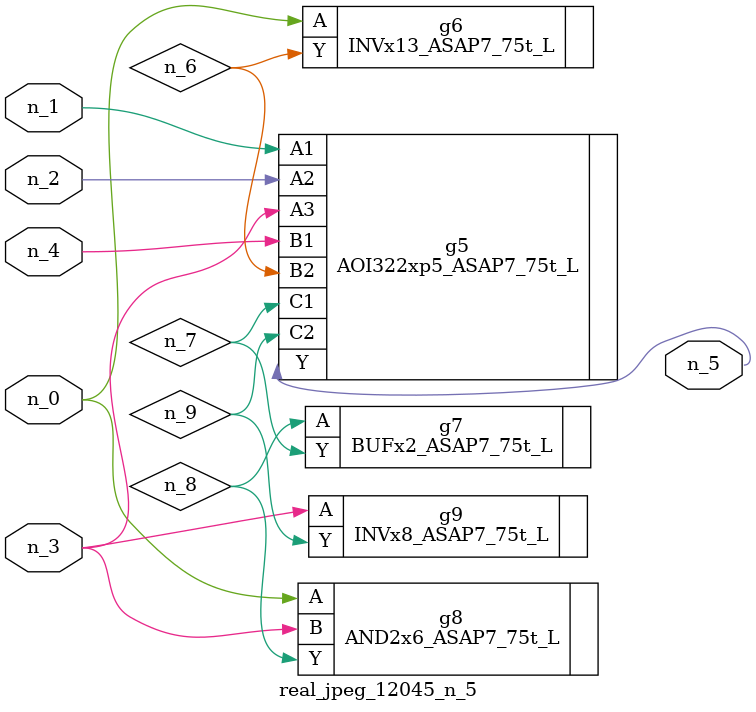
<source format=v>
module real_jpeg_12045_n_5 (n_4, n_0, n_1, n_2, n_3, n_5);

input n_4;
input n_0;
input n_1;
input n_2;
input n_3;

output n_5;

wire n_8;
wire n_6;
wire n_7;
wire n_9;

INVx13_ASAP7_75t_L g6 ( 
.A(n_0),
.Y(n_6)
);

AND2x6_ASAP7_75t_L g8 ( 
.A(n_0),
.B(n_3),
.Y(n_8)
);

AOI322xp5_ASAP7_75t_L g5 ( 
.A1(n_1),
.A2(n_2),
.A3(n_3),
.B1(n_4),
.B2(n_6),
.C1(n_7),
.C2(n_9),
.Y(n_5)
);

INVx8_ASAP7_75t_L g9 ( 
.A(n_3),
.Y(n_9)
);

BUFx2_ASAP7_75t_L g7 ( 
.A(n_8),
.Y(n_7)
);


endmodule
</source>
